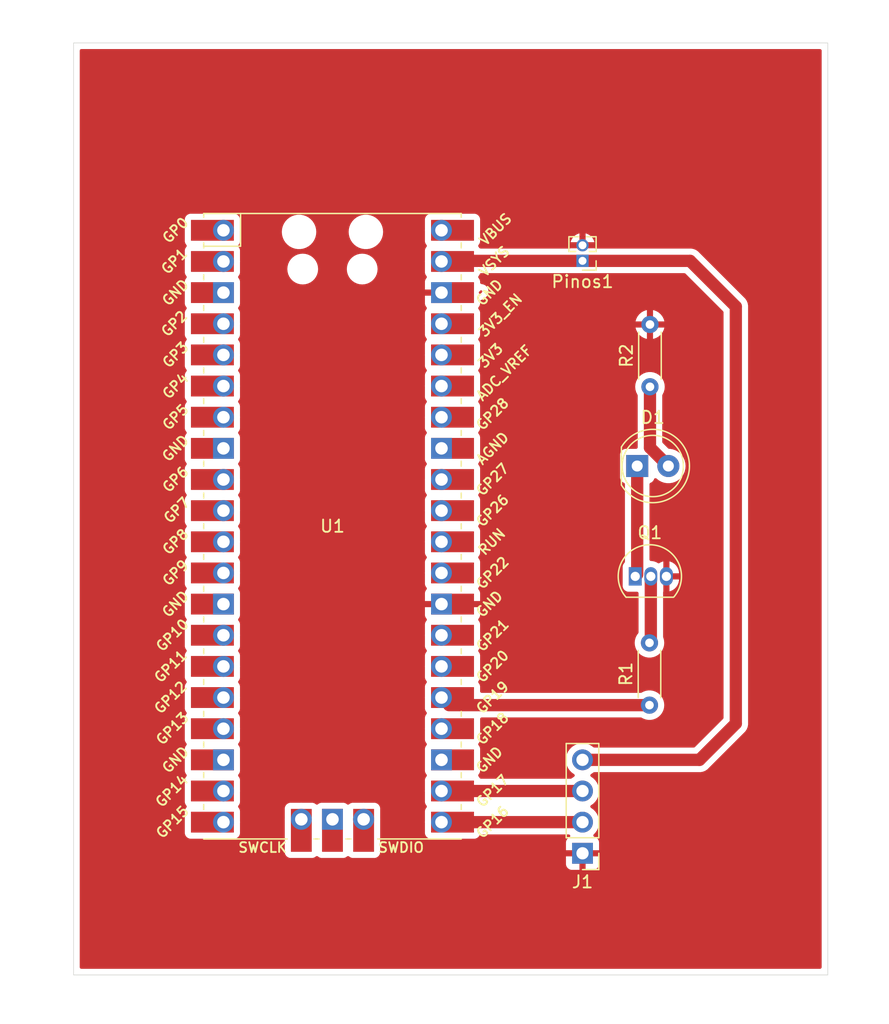
<source format=kicad_pcb>
(kicad_pcb (version 20240108) (generator "pcbnew") (generator_version "8.0")
  (layers (0 "F.Cu" signal) (31 "B.Cu" signal) (34 "B.Paste" user) (35 "F.Paste" user) (36 "B.SilkS" user "B.Silkscreen") (37 "F.SilkS" user "F.Silkscreen") (38 "B.Mask" user) (39 "F.Mask" user) (44 "Edge.Cuts" user))
  (net 0 "")
  (net 1 "Net-(D1-K)")
  (net 2 "Net-(D1-A)")
  (net 3 "Dados_1")
  (net 4 "Dados_2")
  (net 6 "VCC")
  (net 25 "Net-(Q1-B)")
  (net 28 "Sinal")
  (net 36 "GND")
  (footprint "LED_THT:LED_D5.0mm_Clear" (layer "F.Cu") (at 92.46 78.5)
    (property "Reference" "D1" (at 1.27 -3.96 360) (layer "F.SilkS"))
    (property "Value" "LED")
    (fp_line (start -1.29 -1.545) (end -1.29 1.545) (stroke (width 0.12)) (layer "F.SilkS"))
    (fp_arc (start -1.29 -1.54483) (mid 2.072002 -2.880433) (end 4.26 0.000462) (stroke (width 0.12)) (layer "F.SilkS"))
    (fp_arc (start 4.26 -0.000462) (mid 2.072002 2.880433) (end -1.29 1.54483) (stroke (width 0.12)) (layer "F.SilkS"))
    (fp_circle (center 1.27 0) (end 3.77 0) (stroke (width 0.12)) (fill none) (layer "F.SilkS"))
    (pad "1" thru_hole rect (at 0 0) (size 1.8 1.8) (drill 0.9) (layers "*.Cu" "*.Mask") (net 1 "Net-(D1-K)"))
    (pad "2" thru_hole circle (at 2.54 0) (size 1.8 1.8) (drill 0.9) (layers "*.Cu" "*.Mask") (net 2 "Net-(D1-A)"))
  )
  (footprint "MCU_RaspberryPi_and_Boards:RPi_Pico_SMD_TH" (layer "F.Cu") (at 67.61 83.41)
    (property "Reference" "U1" (at 0 0 0) (layer "F.SilkS"))
    (property "Value" "Pico")
    (fp_line (start -10.5 -25.5) (end -10.5 -25.2) (stroke (width 0.12)) (layer "F.SilkS"))
    (fp_line (start -10.5 -25.5) (end 10.5 -25.5) (stroke (width 0.12)) (layer "F.SilkS"))
    (fp_line (start -10.5 -23.1) (end -10.5 -22.7) (stroke (width 0.12)) (layer "F.SilkS"))
    (fp_line (start -10.5 -22.833) (end -7.493 -22.833) (stroke (width 0.12)) (layer "F.SilkS"))
    (fp_line (start -10.5 -20.5) (end -10.5 -20.1) (stroke (width 0.12)) (layer "F.SilkS"))
    (fp_line (start -10.5 -18) (end -10.5 -17.6) (stroke (width 0.12)) (layer "F.SilkS"))
    (fp_line (start -10.5 -15.4) (end -10.5 -15) (stroke (width 0.12)) (layer "F.SilkS"))
    (fp_line (start -10.5 -12.9) (end -10.5 -12.5) (stroke (width 0.12)) (layer "F.SilkS"))
    (fp_line (start -10.5 -10.4) (end -10.5 -10) (stroke (width 0.12)) (layer "F.SilkS"))
    (fp_line (start -10.5 -7.8) (end -10.5 -7.4) (stroke (width 0.12)) (layer "F.SilkS"))
    (fp_line (start -10.5 -5.3) (end -10.5 -4.9) (stroke (width 0.12)) (layer "F.SilkS"))
    (fp_line (start -10.5 -2.7) (end -10.5 -2.3) (stroke (width 0.12)) (layer "F.SilkS"))
    (fp_line (start -10.5 -0.2) (end -10.5 0.2) (stroke (width 0.12)) (layer "F.SilkS"))
    (fp_line (start -10.5 2.3) (end -10.5 2.7) (stroke (width 0.12)) (layer "F.SilkS"))
    (fp_line (start -10.5 4.9) (end -10.5 5.3) (stroke (width 0.12)) (layer "F.SilkS"))
    (fp_line (start -10.5 7.4) (end -10.5 7.8) (stroke (width 0.12)) (layer "F.SilkS"))
    (fp_line (start -10.5 10) (end -10.5 10.4) (stroke (width 0.12)) (layer "F.SilkS"))
    (fp_line (start -10.5 12.5) (end -10.5 12.9) (stroke (width 0.12)) (layer "F.SilkS"))
    (fp_line (start -10.5 15.1) (end -10.5 15.5) (stroke (width 0.12)) (layer "F.SilkS"))
    (fp_line (start -10.5 17.6) (end -10.5 18) (stroke (width 0.12)) (layer "F.SilkS"))
    (fp_line (start -10.5 20.1) (end -10.5 20.5) (stroke (width 0.12)) (layer "F.SilkS"))
    (fp_line (start -10.5 22.7) (end -10.5 23.1) (stroke (width 0.12)) (layer "F.SilkS"))
    (fp_line (start -7.493 -22.833) (end -7.493 -25.5) (stroke (width 0.12)) (layer "F.SilkS"))
    (fp_line (start -3.7 25.5) (end -10.5 25.5) (stroke (width 0.12)) (layer "F.SilkS"))
    (fp_line (start -1.5 25.5) (end -1.1 25.5) (stroke (width 0.12)) (layer "F.SilkS"))
    (fp_line (start 1.1 25.5) (end 1.5 25.5) (stroke (width 0.12)) (layer "F.SilkS"))
    (fp_line (start 10.5 -25.5) (end 10.5 -25.2) (stroke (width 0.12)) (layer "F.SilkS"))
    (fp_line (start 10.5 -23.1) (end 10.5 -22.7) (stroke (width 0.12)) (layer "F.SilkS"))
    (fp_line (start 10.5 -20.5) (end 10.5 -20.1) (stroke (width 0.12)) (layer "F.SilkS"))
    (fp_line (start 10.5 -18) (end 10.5 -17.6) (stroke (width 0.12)) (layer "F.SilkS"))
    (fp_line (start 10.5 -15.4) (end 10.5 -15) (stroke (width 0.12)) (layer "F.SilkS"))
    (fp_line (start 10.5 -12.9) (end 10.5 -12.5) (stroke (width 0.12)) (layer "F.SilkS"))
    (fp_line (start 10.5 -10.4) (end 10.5 -10) (stroke (width 0.12)) (layer "F.SilkS"))
    (fp_line (start 10.5 -7.8) (end 10.5 -7.4) (stroke (width 0.12)) (layer "F.SilkS"))
    (fp_line (start 10.5 -5.3) (end 10.5 -4.9) (stroke (width 0.12)) (layer "F.SilkS"))
    (fp_line (start 10.5 -2.7) (end 10.5 -2.3) (stroke (width 0.12)) (layer "F.SilkS"))
    (fp_line (start 10.5 -0.2) (end 10.5 0.2) (stroke (width 0.12)) (layer "F.SilkS"))
    (fp_line (start 10.5 2.3) (end 10.5 2.7) (stroke (width 0.12)) (layer "F.SilkS"))
    (fp_line (start 10.5 4.9) (end 10.5 5.3) (stroke (width 0.12)) (layer "F.SilkS"))
    (fp_line (start 10.5 7.4) (end 10.5 7.8) (stroke (width 0.12)) (layer "F.SilkS"))
    (fp_line (start 10.5 10) (end 10.5 10.4) (stroke (width 0.12)) (layer "F.SilkS"))
    (fp_line (start 10.5 12.5) (end 10.5 12.9) (stroke (width 0.12)) (layer "F.SilkS"))
    (fp_line (start 10.5 15.1) (end 10.5 15.5) (stroke (width 0.12)) (layer "F.SilkS"))
    (fp_line (start 10.5 17.6) (end 10.5 18) (stroke (width 0.12)) (layer "F.SilkS"))
    (fp_line (start 10.5 20.1) (end 10.5 20.5) (stroke (width 0.12)) (layer "F.SilkS"))
    (fp_line (start 10.5 22.7) (end 10.5 23.1) (stroke (width 0.12)) (layer "F.SilkS"))
    (fp_line (start 10.5 25.5) (end 3.7 25.5) (stroke (width 0.12)) (layer "F.SilkS"))
    (fp_text user "GND" (at 12.8 -19.05 45) (layer "F.SilkS") (effects (font (size 0.8 0.8))))
    (fp_text user "GP18" (at 13.054 16.51 45) (layer "F.SilkS") (effects (font (size 0.8 0.8))))
    (fp_text user "GP10" (at -13.054 8.89 45) (layer "F.SilkS") (effects (font (size 0.8 0.8))))
    (fp_text user "GND" (at -12.8 -19.05 45) (layer "F.SilkS") (effects (font (size 0.8 0.8))))
    (fp_text user "GND" (at 12.8 19.05 45) (layer "F.SilkS") (effects (font (size 0.8 0.8))))
    (fp_text user "GP12" (at -13.2 13.97 45) (layer "F.SilkS") (effects (font (size 0.8 0.8))))
    (fp_text user "ADC_VREF" (at 14 -12.5 45) (layer "F.SilkS") (effects (font (size 0.8 0.8))))
    (fp_text user "GP5" (at -12.8 -8.89 45) (layer "F.SilkS") (effects (font (size 0.8 0.8))))
    (fp_text user "GP1" (at -12.9 -21.6 45) (layer "F.SilkS") (effects (font (size 0.8 0.8))))
    (fp_text user "GP9" (at -12.8 3.81 45) (layer "F.SilkS") (effects (font (size 0.8 0.8))))
    (fp_text user "GP15" (at -13.054 24.13 45) (layer "F.SilkS") (effects (font (size 0.8 0.8))))
    (fp_text user "GP19" (at 13.054 13.97 45) (layer "F.SilkS") (effects (font (size 0.8 0.8))))
    (fp_text user "GP14" (at -13.1 21.59 45) (layer "F.SilkS") (effects (font (size 0.8 0.8))))
    (fp_text user "GP20" (at 13.054 11.43 45) (layer "F.SilkS") (effects (font (size 0.8 0.8))))
    (fp_text user "GND" (at -12.8 -6.35 45) (layer "F.SilkS") (effects (font (size 0.8 0.8))))
    (fp_text user "SWCLK" (at -5.7 26.2 0) (layer "F.SilkS") (effects (font (size 0.8 0.8))))
    (fp_text user "GND" (at -12.8 19.05 45) (layer "F.SilkS") (effects (font (size 0.8 0.8))))
    (fp_text user "3V3_EN" (at 13.7 -17.2 45) (layer "F.SilkS") (effects (font (size 0.8 0.8))))
    (fp_text user "GP22" (at 13.054 3.81 45) (layer "F.SilkS") (effects (font (size 0.8 0.8))))
    (fp_text user "GP4" (at -12.8 -11.43 45) (layer "F.SilkS") (effects (font (size 0.8 0.8))))
    (fp_text user "GP16" (at 13.054 24.13 45) (layer "F.SilkS") (effects (font (size 0.8 0.8))))
    (fp_text user "GP17" (at 13.054 21.59 45) (layer "F.SilkS") (effects (font (size 0.8 0.8))))
    (fp_text user "RUN" (at 13 1.27 45) (layer "F.SilkS") (effects (font (size 0.8 0.8))))
    (fp_text user "GP26" (at 13.054 -1.27 45) (layer "F.SilkS") (effects (font (size 0.8 0.8))))
    (fp_text user "VBUS" (at 13.3 -24.2 45) (layer "F.SilkS") (effects (font (size 0.8 0.8))))
    (fp_text user "GP6" (at -12.8 -3.81 45) (layer "F.SilkS") (effects (font (size 0.8 0.8))))
    (fp_text user "GND" (at -12.8 6.35 45) (layer "F.SilkS") (effects (font (size 0.8 0.8))))
    (fp_text user "GP13" (at -13.054 16.51 45) (layer "F.SilkS") (effects (font (size 0.8 0.8))))
    (fp_text user "GP3" (at -12.8 -13.97 45) (layer "F.SilkS") (effects (font (size 0.8 0.8))))
    (fp_text user "GP0" (at -12.8 -24.13 45) (layer "F.SilkS") (effects (font (size 0.8 0.8))))
    (fp_text user "GP27" (at 13.054 -3.8 45) (layer "F.SilkS") (effects (font (size 0.8 0.8))))
    (fp_text user "SWDIO" (at 5.6 26.2 0) (layer "F.SilkS") (effects (font (size 0.8 0.8))))
    (fp_text user "GP28" (at 13.054 -9.144 45) (layer "F.SilkS") (effects (font (size 0.8 0.8))))
    (fp_text user "GP7" (at -12.7 -1.3 45) (layer "F.SilkS") (effects (font (size 0.8 0.8))))
    (fp_text user "GP8" (at -12.8 1.27 45) (layer "F.SilkS") (effects (font (size 0.8 0.8))))
    (fp_text user "GP2" (at -12.9 -16.51 45) (layer "F.SilkS") (effects (font (size 0.8 0.8))))
    (fp_text user "GP21" (at 13.054 8.9 45) (layer "F.SilkS") (effects (font (size 0.8 0.8))))
    (fp_text user "3V3" (at 12.9 -13.9 45) (layer "F.SilkS") (effects (font (size 0.8 0.8))))
    (fp_text user "VSYS" (at 13.2 -21.59 45) (layer "F.SilkS") (effects (font (size 0.8 0.8))))
    (fp_text user "GP11" (at -13.2 11.43 45) (layer "F.SilkS") (effects (font (size 0.8 0.8))))
    (fp_text user "AGND" (at 13.054 -6.35 45) (layer "F.SilkS") (effects (font (size 0.8 0.8))))
    (fp_text user "GND" (at 12.8 6.35 45) (layer "F.SilkS") (effects (font (size 0.8 0.8))))
    (pad "" np_thru_hole oval (at -2.725 -24) (size 1.8 1.8) (drill 1.8) (layers "*.Cu" "*.Mask"))
    (pad "" np_thru_hole oval (at -2.425 -20.97) (size 1.5 1.5) (drill 1.5) (layers "*.Cu" "*.Mask"))
    (pad "" np_thru_hole oval (at 2.425 -20.97) (size 1.5 1.5) (drill 1.5) (layers "*.Cu" "*.Mask"))
    (pad "" np_thru_hole oval (at 2.725 -24) (size 1.8 1.8) (drill 1.8) (layers "*.Cu" "*.Mask"))
    (pad "1" thru_hole oval (at -8.89 -24.13) (size 1.7 1.7) (drill 1.02) (layers "*.Cu" "*.Mask"))
    (pad "1" smd rect (at -8.89 -24.13) (size 3.5 1.7) (drill (offset -0.9 0)) (layers "F.Cu" "F.Mask"))
    (pad "2" thru_hole oval (at -8.89 -21.59) (size 1.7 1.7) (drill 1.02) (layers "*.Cu" "*.Mask"))
    (pad "2" smd rect (at -8.89 -21.59) (size 3.5 1.7) (drill (offset -0.9 0)) (layers "F.Cu" "F.Mask"))
    (pad "3" thru_hole rect (at -8.89 -19.05) (size 1.7 1.7) (drill 1.02) (layers "*.Cu" "*.Mask"))
    (pad "3" smd rect (at -8.89 -19.05) (size 3.5 1.7) (drill (offset -0.9 0)) (layers "F.Cu" "F.Mask"))
    (pad "4" thru_hole oval (at -8.89 -16.51) (size 1.7 1.7) (drill 1.02) (layers "*.Cu" "*.Mask"))
    (pad "4" smd rect (at -8.89 -16.51) (size 3.5 1.7) (drill (offset -0.9 0)) (layers "F.Cu" "F.Mask"))
    (pad "5" thru_hole oval (at -8.89 -13.97) (size 1.7 1.7) (drill 1.02) (layers "*.Cu" "*.Mask"))
    (pad "5" smd rect (at -8.89 -13.97) (size 3.5 1.7) (drill (offset -0.9 0)) (layers "F.Cu" "F.Mask"))
    (pad "6" thru_hole oval (at -8.89 -11.43) (size 1.7 1.7) (drill 1.02) (layers "*.Cu" "*.Mask"))
    (pad "6" smd rect (at -8.89 -11.43) (size 3.5 1.7) (drill (offset -0.9 0)) (layers "F.Cu" "F.Mask"))
    (pad "7" thru_hole oval (at -8.89 -8.89) (size 1.7 1.7) (drill 1.02) (layers "*.Cu" "*.Mask"))
    (pad "7" smd rect (at -8.89 -8.89) (size 3.5 1.7) (drill (offset -0.9 0)) (layers "F.Cu" "F.Mask"))
    (pad "8" thru_hole rect (at -8.89 -6.35) (size 1.7 1.7) (drill 1.02) (layers "*.Cu" "*.Mask"))
    (pad "8" smd rect (at -8.89 -6.35) (size 3.5 1.7) (drill (offset -0.9 0)) (layers "F.Cu" "F.Mask"))
    (pad "9" thru_hole oval (at -8.89 -3.81) (size 1.7 1.7) (drill 1.02) (layers "*.Cu" "*.Mask"))
    (pad "9" smd rect (at -8.89 -3.81) (size 3.5 1.7) (drill (offset -0.9 0)) (layers "F.Cu" "F.Mask"))
    (pad "10" thru_hole oval (at -8.89 -1.27) (size 1.7 1.7) (drill 1.02) (layers "*.Cu" "*.Mask"))
    (pad "10" smd rect (at -8.89 -1.27) (size 3.5 1.7) (drill (offset -0.9 0)) (layers "F.Cu" "F.Mask"))
    (pad "11" thru_hole oval (at -8.89 1.27) (size 1.7 1.7) (drill 1.02) (layers "*.Cu" "*.Mask"))
    (pad "11" smd rect (at -8.89 1.27) (size 3.5 1.7) (drill (offset -0.9 0)) (layers "F.Cu" "F.Mask"))
    (pad "12" thru_hole oval (at -8.89 3.81) (size 1.7 1.7) (drill 1.02) (layers "*.Cu" "*.Mask"))
    (pad "12" smd rect (at -8.89 3.81) (size 3.5 1.7) (drill (offset -0.9 0)) (layers "F.Cu" "F.Mask"))
    (pad "13" thru_hole rect (at -8.89 6.35) (size 1.7 1.7) (drill 1.02) (layers "*.Cu" "*.Mask"))
    (pad "13" smd rect (at -8.89 6.35) (size 3.5 1.7) (drill (offset -0.9 0)) (layers "F.Cu" "F.Mask"))
    (pad "14" thru_hole oval (at -8.89 8.89) (size 1.7 1.7) (drill 1.02) (layers "*.Cu" "*.Mask"))
    (pad "14" smd rect (at -8.89 8.89) (size 3.5 1.7) (drill (offset -0.9 0)) (layers "F.Cu" "F.Mask"))
    (pad "15" thru_hole oval (at -8.89 11.43) (size 1.7 1.7) (drill 1.02) (layers "*.Cu" "*.Mask"))
    (pad "15" smd rect (at -8.89 11.43) (size 3.5 1.7) (drill (offset -0.9 0)) (layers "F.Cu" "F.Mask"))
    (pad "16" thru_hole oval (at -8.89 13.97) (size 1.7 1.7) (drill 1.02) (layers "*.Cu" "*.Mask"))
    (pad "16" smd rect (at -8.89 13.97) (size 3.5 1.7) (drill (offset -0.9 0)) (layers "F.Cu" "F.Mask"))
    (pad "17" thru_hole oval (at -8.89 16.51) (size 1.7 1.7) (drill 1.02) (layers "*.Cu" "*.Mask"))
    (pad "17" smd rect (at -8.89 16.51) (size 3.5 1.7) (drill (offset -0.9 0)) (layers "F.Cu" "F.Mask"))
    (pad "18" thru_hole rect (at -8.89 19.05) (size 1.7 1.7) (drill 1.02) (layers "*.Cu" "*.Mask"))
    (pad "18" smd rect (at -8.89 19.05) (size 3.5 1.7) (drill (offset -0.9 0)) (layers "F.Cu" "F.Mask"))
    (pad "19" thru_hole oval (at -8.89 21.59) (size 1.7 1.7) (drill 1.02) (layers "*.Cu" "*.Mask"))
    (pad "19" smd rect (at -8.89 21.59) (size 3.5 1.7) (drill (offset -0.9 0)) (layers "F.Cu" "F.Mask"))
    (pad "20" thru_hole oval (at -8.89 24.13) (size 1.7 1.7) (drill 1.02) (layers "*.Cu" "*.Mask"))
    (pad "20" smd rect (at -8.89 24.13) (size 3.5 1.7) (drill (offset -0.9 0)) (layers "F.Cu" "F.Mask"))
    (pad "21" thru_hole oval (at 8.89 24.13) (size 1.7 1.7) (drill 1.02) (layers "*.Cu" "*.Mask") (net 4 "Dados_2"))
    (pad "21" smd rect (at 8.89 24.13) (size 3.5 1.7) (drill (offset 0.9 0)) (layers "F.Cu" "F.Mask") (net 4 "Dados_2"))
    (pad "22" thru_hole oval (at 8.89 21.59) (size 1.7 1.7) (drill 1.02) (layers "*.Cu" "*.Mask") (net 3 "Dados_1"))
    (pad "22" smd rect (at 8.89 21.59) (size 3.5 1.7) (drill (offset 0.9 0)) (layers "F.Cu" "F.Mask") (net 3 "Dados_1"))
    (pad "23" thru_hole rect (at 8.89 19.05) (size 1.7 1.7) (drill 1.02) (layers "*.Cu" "*.Mask"))
    (pad "23" smd rect (at 8.89 19.05) (size 3.5 1.7) (drill (offset 0.9 0)) (layers "F.Cu" "F.Mask"))
    (pad "24" thru_hole oval (at 8.89 16.51) (size 1.7 1.7) (drill 1.02) (layers "*.Cu" "*.Mask"))
    (pad "24" smd rect (at 8.89 16.51) (size 3.5 1.7) (drill (offset 0.9 0)) (layers "F.Cu" "F.Mask"))
    (pad "25" thru_hole oval (at 8.89 13.97) (size 1.7 1.7) (drill 1.02) (layers "*.Cu" "*.Mask") (net 28 "Sinal"))
    (pad "25" smd rect (at 8.89 13.97) (size 3.5 1.7) (drill (offset 0.9 0)) (layers "F.Cu" "F.Mask") (net 28 "Sinal"))
    (pad "26" thru_hole oval (at 8.89 11.43) (size 1.7 1.7) (drill 1.02) (layers "*.Cu" "*.Mask"))
    (pad "26" smd rect (at 8.89 11.43) (size 3.5 1.7) (drill (offset 0.9 0)) (layers "F.Cu" "F.Mask"))
    (pad "27" thru_hole oval (at 8.89 8.89) (size 1.7 1.7) (drill 1.02) (layers "*.Cu" "*.Mask"))
    (pad "27" smd rect (at 8.89 8.89) (size 3.5 1.7) (drill (offset 0.9 0)) (layers "F.Cu" "F.Mask"))
    (pad "28" thru_hole rect (at 8.89 6.35) (size 1.7 1.7) (drill 1.02) (layers "*.Cu" "*.Mask") (net 36 "GND"))
    (pad "28" smd rect (at 8.89 6.35) (size 3.5 1.7) (drill (offset 0.9 0)) (layers "F.Cu" "F.Mask") (net 36 "GND"))
    (pad "29" thru_hole oval (at 8.89 3.81) (size 1.7 1.7) (drill 1.02) (layers "*.Cu" "*.Mask"))
    (pad "29" smd rect (at 8.89 3.81) (size 3.5 1.7) (drill (offset 0.9 0)) (layers "F.Cu" "F.Mask"))
    (pad "30" thru_hole oval (at 8.89 1.27) (size 1.7 1.7) (drill 1.02) (layers "*.Cu" "*.Mask"))
    (pad "30" smd rect (at 8.89 1.27) (size 3.5 1.7) (drill (offset 0.9 0)) (layers "F.Cu" "F.Mask"))
    (pad "31" thru_hole oval (at 8.89 -1.27) (size 1.7 1.7) (drill 1.02) (layers "*.Cu" "*.Mask"))
    (pad "31" smd rect (at 8.89 -1.27) (size 3.5 1.7) (drill (offset 0.9 0)) (layers "F.Cu" "F.Mask"))
    (pad "32" thru_hole oval (at 8.89 -3.81) (size 1.7 1.7) (drill 1.02) (layers "*.Cu" "*.Mask"))
    (pad "32" smd rect (at 8.89 -3.81) (size 3.5 1.7) (drill (offset 0.9 0)) (layers "F.Cu" "F.Mask"))
    (pad "33" thru_hole rect (at 8.89 -6.35) (size 1.7 1.7) (drill 1.02) (layers "*.Cu" "*.Mask"))
    (pad "33" smd rect (at 8.89 -6.35) (size 3.5 1.7) (drill (offset 0.9 0)) (layers "F.Cu" "F.Mask"))
    (pad "34" thru_hole oval (at 8.89 -8.89) (size 1.7 1.7) (drill 1.02) (layers "*.Cu" "*.Mask"))
    (pad "34" smd rect (at 8.89 -8.89) (size 3.5 1.7) (drill (offset 0.9 0)) (layers "F.Cu" "F.Mask"))
    (pad "35" thru_hole oval (at 8.89 -11.43) (size 1.7 1.7) (drill 1.02) (layers "*.Cu" "*.Mask"))
    (pad "35" smd rect (at 8.89 -11.43) (size 3.5 1.7) (drill (offset 0.9 0)) (layers "F.Cu" "F.Mask"))
    (pad "36" thru_hole oval (at 8.89 -13.97) (size 1.7 1.7) (drill 1.02) (layers "*.Cu" "*.Mask"))
    (pad "36" smd rect (at 8.89 -13.97) (size 3.5 1.7) (drill (offset 0.9 0)) (layers "F.Cu" "F.Mask"))
    (pad "37" thru_hole oval (at 8.89 -16.51) (size 1.7 1.7) (drill 1.02) (layers "*.Cu" "*.Mask"))
    (pad "37" smd rect (at 8.89 -16.51) (size 3.5 1.7) (drill (offset 0.9 0)) (layers "F.Cu" "F.Mask"))
    (pad "38" thru_hole rect (at 8.89 -19.05) (size 1.7 1.7) (drill 1.02) (layers "*.Cu" "*.Mask") (net 36 "GND"))
    (pad "38" smd rect (at 8.89 -19.05) (size 3.5 1.7) (drill (offset 0.9 0)) (layers "F.Cu" "F.Mask") (net 36 "GND"))
    (pad "39" thru_hole oval (at 8.89 -21.59) (size 1.7 1.7) (drill 1.02) (layers "*.Cu" "*.Mask") (net 6 "VCC"))
    (pad "39" smd rect (at 8.89 -21.59) (size 3.5 1.7) (drill (offset 0.9 0)) (layers "F.Cu" "F.Mask") (net 6 "VCC"))
    (pad "40" thru_hole oval (at 8.89 -24.13) (size 1.7 1.7) (drill 1.02) (layers "*.Cu" "*.Mask"))
    (pad "40" smd rect (at 8.89 -24.13) (size 3.5 1.7) (drill (offset 0.9 0)) (layers "F.Cu" "F.Mask"))
    (pad "41" thru_hole oval (at -2.54 23.9) (size 1.7 1.7) (drill 1.02) (layers "*.Cu" "*.Mask"))
    (pad "41" smd rect (at -2.54 23.9 90) (size 3.5 1.7) (drill (offset -0.9 0)) (layers "F.Cu" "F.Mask"))
    (pad "42" thru_hole rect (at 0 23.9) (size 1.7 1.7) (drill 1.02) (layers "*.Cu" "*.Mask"))
    (pad "42" smd rect (at 0 23.9 90) (size 3.5 1.7) (drill (offset -0.9 0)) (layers "F.Cu" "F.Mask"))
    (pad "43" thru_hole oval (at 2.54 23.9) (size 1.7 1.7) (drill 1.02) (layers "*.Cu" "*.Mask"))
    (pad "43" smd rect (at 2.54 23.9 90) (size 3.5 1.7) (drill (offset -0.9 0)) (layers "F.Cu" "F.Mask"))
  )
  (footprint "Resistor_THT:R_Axial_DIN0204_L3.6mm_D1.6mm_P5.08mm_Horizontal" (layer "F.Cu") (at 93.5 72.04 90)
    (property "Reference" "R2" (at 2.54 -1.92 270) (layer "F.SilkS"))
    (property "Value" "10KΩ")
    (fp_line (start 0.62 -0.92) (end 4.46 -0.92) (stroke (width 0.12)) (layer "F.SilkS"))
    (fp_line (start 0.62 0.92) (end 4.46 0.92) (stroke (width 0.12)) (layer "F.SilkS"))
    (pad "1" thru_hole circle (at 0 0 90) (size 1.4 1.4) (drill 0.7) (layers "*.Cu" "*.Mask") (net 2 "Net-(D1-A)"))
    (pad "2" thru_hole oval (at 5.08 0 90) (size 1.4 1.4) (drill 0.7) (layers "*.Cu" "*.Mask") (net 36 "GND"))
  )
  (footprint "Connector_PinHeader_2.54mm:PinHeader_1x04_P2.54mm_Vertical" (layer "F.Cu") (at 88 110.08 180)
    (property "Reference" "J1" (at 0 -2.33 180) (layer "F.SilkS"))
    (property "Value" "Conn_01x04_Pin")
    (fp_line (start 1.33 1.27) (end 1.33 8.95) (stroke (width 0.12)) (layer "F.SilkS"))
    (fp_line (start -1.33 8.95) (end 1.33 8.95) (stroke (width 0.12)) (layer "F.SilkS"))
    (fp_line (start -1.33 1.27) (end 1.33 1.27) (stroke (width 0.12)) (layer "F.SilkS"))
    (fp_line (start -1.33 1.27) (end -1.33 8.95) (stroke (width 0.12)) (layer "F.SilkS"))
    (fp_line (start -1.33 0) (end -1.33 -1.33) (stroke (width 0.12)) (layer "F.SilkS"))
    (fp_line (start -1.33 -1.33) (end 0 -1.33) (stroke (width 0.12)) (layer "F.SilkS"))
    (pad "1" thru_hole rect (at 0 0 180) (size 1.7 1.7) (drill 1) (layers "*.Cu" "*.Mask") (net 36 "GND"))
    (pad "2" thru_hole oval (at 0 2.54 180) (size 1.7 1.7) (drill 1) (layers "*.Cu" "*.Mask") (net 4 "Dados_2"))
    (pad "3" thru_hole oval (at 0 5.08 180) (size 1.7 1.7) (drill 1) (layers "*.Cu" "*.Mask") (net 3 "Dados_1"))
    (pad "4" thru_hole oval (at 0 7.62 180) (size 1.7 1.7) (drill 1) (layers "*.Cu" "*.Mask") (net 6 "VCC"))
  )
  (footprint "Resistor_THT:R_Axial_DIN0204_L3.6mm_D1.6mm_P5.08mm_Horizontal" (layer "F.Cu") (at 93.46 98 90)
    (property "Reference" "R1" (at 2.54 -1.92 270) (layer "F.SilkS"))
    (property "Value" "10KΩ")
    (fp_line (start 0.62 -0.92) (end 4.46 -0.92) (stroke (width 0.12)) (layer "F.SilkS"))
    (fp_line (start 0.62 0.92) (end 4.46 0.92) (stroke (width 0.12)) (layer "F.SilkS"))
    (pad "1" thru_hole circle (at 0 0 90) (size 1.4 1.4) (drill 0.7) (layers "*.Cu" "*.Mask") (net 28 "Sinal"))
    (pad "2" thru_hole oval (at 5.08 0 90) (size 1.4 1.4) (drill 0.7) (layers "*.Cu" "*.Mask") (net 25 "Net-(Q1-B)"))
  )
  (footprint "Connector_PinHeader_1.27mm:PinHeader_1x02_P1.27mm_Vertical" (layer "F.Cu") (at 88 61.77 180)
    (property "Reference" "Pinos1" (at 0 -1.695 180) (layer "F.SilkS"))
    (property "Value" "Conn_01x02_Pin")
    (fp_line (start 1.11 0.76) (end 1.11 1.965) (stroke (width 0.12)) (layer "F.SilkS"))
    (fp_line (start 0.563471 0.76) (end 1.11 0.76) (stroke (width 0.12)) (layer "F.SilkS"))
    (fp_line (start 0.30753 1.965) (end 1.11 1.965) (stroke (width 0.12)) (layer "F.SilkS"))
    (fp_line (start -1.11 1.965) (end -0.30753 1.965) (stroke (width 0.12)) (layer "F.SilkS"))
    (fp_line (start -1.11 0.76) (end -0.563471 0.76) (stroke (width 0.12)) (layer "F.SilkS"))
    (fp_line (start -1.11 0.76) (end -1.11 1.965) (stroke (width 0.12)) (layer "F.SilkS"))
    (fp_line (start -1.11 0) (end -1.11 -0.76) (stroke (width 0.12)) (layer "F.SilkS"))
    (fp_line (start -1.11 -0.76) (end 0 -0.76) (stroke (width 0.12)) (layer "F.SilkS"))
    (pad "1" thru_hole rect (at 0 0 180) (size 1 1) (drill 0.65) (layers "*.Cu" "*.Mask") (net 6 "VCC"))
    (pad "2" thru_hole oval (at 0 1.27 180) (size 1 1) (drill 0.65) (layers "*.Cu" "*.Mask") (net 36 "GND"))
  )
  (footprint "Package_TO_SOT_THT:TO-92L_Inline" (layer "F.Cu") (at 92.3 87.5)
    (property "Reference" "Q1" (at 1.19 -3.56 0) (layer "F.SilkS"))
    (property "Value" "BC547")
    (fp_line (start -0.75 1.7) (end 3.1 1.7) (stroke (width 0.12)) (layer "F.SilkS"))
    (fp_arc (start -0.75 1.7) (mid 1.183448 -2.579449) (end 3.138611 1.690122) (stroke (width 0.12)) (layer "F.SilkS"))
    (pad "1" thru_hole rect (at 0 0) (size 1.05 1.5) (drill 0.75) (layers "*.Cu" "*.Mask") (net 1 "Net-(D1-K)"))
    (pad "2" thru_hole oval (at 1.27 0) (size 1.05 1.5) (drill 0.75) (layers "*.Cu" "*.Mask") (net 25 "Net-(Q1-B)"))
    (pad "3" thru_hole oval (at 2.54 0) (size 1.05 1.5) (drill 0.75) (layers "*.Cu" "*.Mask") (net 36 "GND"))
  )
  (gr_rect (start 46.5 44) (end 108 120) (stroke (width 0.05)) (fill none) (layer "Edge.Cuts"))
  (segment (start 79.64 64.36) (end 79.73 64.27) (width 0.2) (layer "F.Cu") (net 0))
  (segment (start 92.46 78.5) (end 92.46 87.34) (width 1) (layer "F.Cu") (net 1))
  (segment (start 92.46 87.34) (end 92.3 87.5) (width 0.2) (layer "F.Cu") (net 1))
  (segment (start 93.5 72.04) (end 93.5 77) (width 1) (layer "F.Cu") (net 2))
  (segment (start 93.5 77) (end 95 78.5) (width 1) (layer "F.Cu") (net 2))
  (segment (start 76.5 105) (end 88 105) (width 1) (layer "F.Cu") (net 3))
  (segment (start 76.5 107.54) (end 88 107.54) (width 1) (layer "F.Cu") (net 4))
  (segment (start 96.77 61.77) (end 100.5 65.5) (width 1) (layer "F.Cu") (net 6))
  (segment (start 76.5 61.82) (end 76.55 61.77) (width 0.2) (layer "F.Cu") (net 6))
  (segment (start 100.5 65.5) (end 100.5 99.5) (width 1) (layer "F.Cu") (net 6))
  (segment (start 97.54 102.46) (end 88 102.46) (width 1) (layer "F.Cu") (net 6))
  (segment (start 76.55 61.77) (end 88 61.77) (width 1) (layer "F.Cu") (net 6))
  (segment (start 88 61.77) (end 96.77 61.77) (width 1) (layer "F.Cu") (net 6))
  (segment (start 100.5 99.5) (end 97.54 102.46) (width 1) (layer "F.Cu") (net 6))
  (segment (start 93.57 92.81) (end 93.46 92.92) (width 0.2) (layer "F.Cu") (net 25))
  (segment (start 93.57 87.5) (end 93.57 92.81) (width 1) (layer "F.Cu") (net 25))
  (segment (start 77.12 98) (end 76.5 97.38) (width 0.2) (layer "F.Cu") (net 28))
  (segment (start 93.46 98) (end 77.12 98) (width 1) (layer "F.Cu") (net 28))
  (zone (net 36) (net_name "GND") (layer "F.Cu") (connect_pads (clearance 0.5)) (min_thickness 0.25) (fill yes (thermal_gap 0.5) (thermal_bridge_width 0.5))
    (polygon (pts (xy 41 40.5) (xy 40.5 124) (xy 113 124) (xy 113 40.5)))
  )
)
</source>
